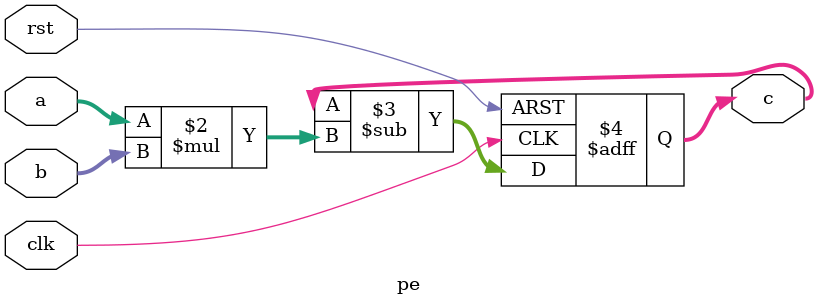
<source format=v>
 module pe(
    input clk,
    input rst,
    input [31:0] a,
    input [31:0] b,

    output reg [31:0] c
);

always@(posedge clk or posedge rst)
begin

  if(rst)
  begin
    c <= 0;
  end

  else
  begin
    c <= c - a*b;
  end

end

endmodule
</source>
